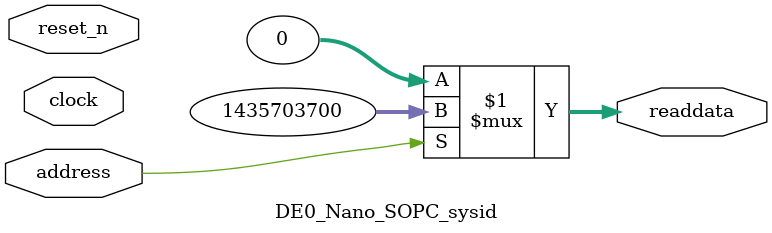
<source format=v>
module DE0_Nano_SOPC_sysid (
                address,
                clock,
                reset_n,
                readdata
             )
;
  output  [ 31: 0] readdata;
  input            address;
  input            clock;
  input            reset_n;
  wire    [ 31: 0] readdata;
  assign readdata = address ? 1435703700 : 0;
endmodule
</source>
